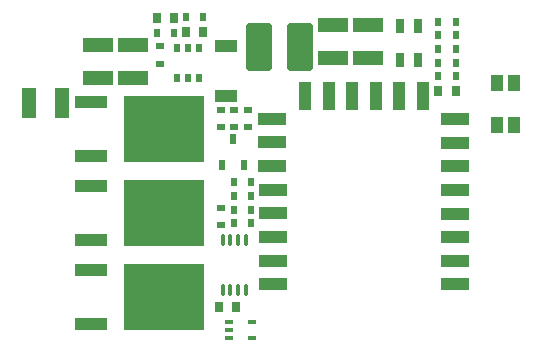
<source format=gtp>
G04*
G04 #@! TF.GenerationSoftware,Altium Limited,Altium Designer,20.1.8 (145)*
G04*
G04 Layer_Color=8421504*
%FSAX44Y44*%
%MOMM*%
G71*
G04*
G04 #@! TF.SameCoordinates,038E23F0-B42B-4C45-894E-EE78EB3E0CC3*
G04*
G04*
G04 #@! TF.FilePolarity,Positive*
G04*
G01*
G75*
%ADD18R,0.7620X1.1430*%
G04:AMPARAMS|DCode=19|XSize=0.35mm|YSize=0.6mm|CornerRadius=0.0018mm|HoleSize=0mm|Usage=FLASHONLY|Rotation=90.000|XOffset=0mm|YOffset=0mm|HoleType=Round|Shape=RoundedRectangle|*
%AMROUNDEDRECTD19*
21,1,0.3500,0.5965,0,0,90.0*
21,1,0.3465,0.6000,0,0,90.0*
1,1,0.0035,0.2983,0.1733*
1,1,0.0035,0.2983,-0.1733*
1,1,0.0035,-0.2983,-0.1733*
1,1,0.0035,-0.2983,0.1733*
%
%ADD19ROUNDEDRECTD19*%
G04:AMPARAMS|DCode=20|XSize=0.85mm|YSize=0.6mm|CornerRadius=0.003mm|HoleSize=0mm|Usage=FLASHONLY|Rotation=90.000|XOffset=0mm|YOffset=0mm|HoleType=Round|Shape=RoundedRectangle|*
%AMROUNDEDRECTD20*
21,1,0.8500,0.5940,0,0,90.0*
21,1,0.8440,0.6000,0,0,90.0*
1,1,0.0060,0.2970,0.4220*
1,1,0.0060,0.2970,-0.4220*
1,1,0.0060,-0.2970,-0.4220*
1,1,0.0060,-0.2970,0.4220*
%
%ADD20ROUNDEDRECTD20*%
G04:AMPARAMS|DCode=21|XSize=0.55mm|YSize=0.8mm|CornerRadius=0.0028mm|HoleSize=0mm|Usage=FLASHONLY|Rotation=180.000|XOffset=0mm|YOffset=0mm|HoleType=Round|Shape=RoundedRectangle|*
%AMROUNDEDRECTD21*
21,1,0.5500,0.7945,0,0,180.0*
21,1,0.5445,0.8000,0,0,180.0*
1,1,0.0055,-0.2723,0.3973*
1,1,0.0055,0.2723,0.3973*
1,1,0.0055,0.2723,-0.3973*
1,1,0.0055,-0.2723,-0.3973*
%
%ADD21ROUNDEDRECTD21*%
G04:AMPARAMS|DCode=22|XSize=0.95mm|YSize=2.65mm|CornerRadius=0.0048mm|HoleSize=0mm|Usage=FLASHONLY|Rotation=90.000|XOffset=0mm|YOffset=0mm|HoleType=Round|Shape=RoundedRectangle|*
%AMROUNDEDRECTD22*
21,1,0.9500,2.6405,0,0,90.0*
21,1,0.9405,2.6500,0,0,90.0*
1,1,0.0095,1.3203,0.4703*
1,1,0.0095,1.3203,-0.4703*
1,1,0.0095,-1.3203,-0.4703*
1,1,0.0095,-1.3203,0.4703*
%
%ADD22ROUNDEDRECTD22*%
G04:AMPARAMS|DCode=23|XSize=5.55mm|YSize=6.8mm|CornerRadius=0.0278mm|HoleSize=0mm|Usage=FLASHONLY|Rotation=90.000|XOffset=0mm|YOffset=0mm|HoleType=Round|Shape=RoundedRectangle|*
%AMROUNDEDRECTD23*
21,1,5.5500,6.7445,0,0,90.0*
21,1,5.4945,6.8000,0,0,90.0*
1,1,0.0555,3.3723,2.7473*
1,1,0.0555,3.3723,-2.7473*
1,1,0.0555,-3.3723,-2.7473*
1,1,0.0555,-3.3723,2.7473*
%
%ADD23ROUNDEDRECTD23*%
%ADD24O,0.3500X1.1500*%
G04:AMPARAMS|DCode=25|XSize=0.75mm|YSize=0.55mm|CornerRadius=0.0028mm|HoleSize=0mm|Usage=FLASHONLY|Rotation=180.000|XOffset=0mm|YOffset=0mm|HoleType=Round|Shape=RoundedRectangle|*
%AMROUNDEDRECTD25*
21,1,0.7500,0.5445,0,0,180.0*
21,1,0.7445,0.5500,0,0,180.0*
1,1,0.0055,-0.3723,0.2723*
1,1,0.0055,0.3723,0.2723*
1,1,0.0055,0.3723,-0.2723*
1,1,0.0055,-0.3723,-0.2723*
%
%ADD25ROUNDEDRECTD25*%
G04:AMPARAMS|DCode=26|XSize=2.55mm|YSize=1.2mm|CornerRadius=0.006mm|HoleSize=0mm|Usage=FLASHONLY|Rotation=90.000|XOffset=0mm|YOffset=0mm|HoleType=Round|Shape=RoundedRectangle|*
%AMROUNDEDRECTD26*
21,1,2.5500,1.1880,0,0,90.0*
21,1,2.5380,1.2000,0,0,90.0*
1,1,0.0120,0.5940,1.2690*
1,1,0.0120,0.5940,-1.2690*
1,1,0.0120,-0.5940,-1.2690*
1,1,0.0120,-0.5940,1.2690*
%
%ADD26ROUNDEDRECTD26*%
G04:AMPARAMS|DCode=27|XSize=2.55mm|YSize=1.2mm|CornerRadius=0.006mm|HoleSize=0mm|Usage=FLASHONLY|Rotation=0.000|XOffset=0mm|YOffset=0mm|HoleType=Round|Shape=RoundedRectangle|*
%AMROUNDEDRECTD27*
21,1,2.5500,1.1880,0,0,0.0*
21,1,2.5380,1.2000,0,0,0.0*
1,1,0.0120,1.2690,-0.5940*
1,1,0.0120,-1.2690,-0.5940*
1,1,0.0120,-1.2690,0.5940*
1,1,0.0120,1.2690,0.5940*
%
%ADD27ROUNDEDRECTD27*%
G04:AMPARAMS|DCode=28|XSize=1.1mm|YSize=2.3mm|CornerRadius=0.0055mm|HoleSize=0mm|Usage=FLASHONLY|Rotation=270.000|XOffset=0mm|YOffset=0mm|HoleType=Round|Shape=RoundedRectangle|*
%AMROUNDEDRECTD28*
21,1,1.1000,2.2890,0,0,270.0*
21,1,1.0890,2.3000,0,0,270.0*
1,1,0.0110,-1.1445,-0.5445*
1,1,0.0110,-1.1445,0.5445*
1,1,0.0110,1.1445,0.5445*
1,1,0.0110,1.1445,-0.5445*
%
%ADD28ROUNDEDRECTD28*%
G04:AMPARAMS|DCode=29|XSize=1.1mm|YSize=2.3mm|CornerRadius=0.0055mm|HoleSize=0mm|Usage=FLASHONLY|Rotation=0.000|XOffset=0mm|YOffset=0mm|HoleType=Round|Shape=RoundedRectangle|*
%AMROUNDEDRECTD29*
21,1,1.1000,2.2890,0,0,0.0*
21,1,1.0890,2.3000,0,0,0.0*
1,1,0.0110,0.5445,-1.1445*
1,1,0.0110,-0.5445,-1.1445*
1,1,0.0110,-0.5445,1.1445*
1,1,0.0110,0.5445,1.1445*
%
%ADD29ROUNDEDRECTD29*%
G04:AMPARAMS|DCode=30|XSize=0.75mm|YSize=0.55mm|CornerRadius=0.0028mm|HoleSize=0mm|Usage=FLASHONLY|Rotation=90.000|XOffset=0mm|YOffset=0mm|HoleType=Round|Shape=RoundedRectangle|*
%AMROUNDEDRECTD30*
21,1,0.7500,0.5445,0,0,90.0*
21,1,0.7445,0.5500,0,0,90.0*
1,1,0.0055,0.2723,0.3723*
1,1,0.0055,0.2723,-0.3723*
1,1,0.0055,-0.2723,-0.3723*
1,1,0.0055,-0.2723,0.3723*
%
%ADD30ROUNDEDRECTD30*%
G04:AMPARAMS|DCode=31|XSize=0.54mm|YSize=0.75mm|CornerRadius=0.0027mm|HoleSize=0mm|Usage=FLASHONLY|Rotation=0.000|XOffset=0mm|YOffset=0mm|HoleType=Round|Shape=RoundedRectangle|*
%AMROUNDEDRECTD31*
21,1,0.5400,0.7446,0,0,0.0*
21,1,0.5346,0.7500,0,0,0.0*
1,1,0.0054,0.2673,-0.3723*
1,1,0.0054,-0.2673,-0.3723*
1,1,0.0054,-0.2673,0.3723*
1,1,0.0054,0.2673,0.3723*
%
%ADD31ROUNDEDRECTD31*%
G04:AMPARAMS|DCode=32|XSize=1.4mm|YSize=1.05mm|CornerRadius=0.0053mm|HoleSize=0mm|Usage=FLASHONLY|Rotation=90.000|XOffset=0mm|YOffset=0mm|HoleType=Round|Shape=RoundedRectangle|*
%AMROUNDEDRECTD32*
21,1,1.4000,1.0395,0,0,90.0*
21,1,1.3895,1.0500,0,0,90.0*
1,1,0.0105,0.5198,0.6948*
1,1,0.0105,0.5198,-0.6948*
1,1,0.0105,-0.5198,-0.6948*
1,1,0.0105,-0.5198,0.6948*
%
%ADD32ROUNDEDRECTD32*%
G04:AMPARAMS|DCode=33|XSize=1.85mm|YSize=1mm|CornerRadius=0.005mm|HoleSize=0mm|Usage=FLASHONLY|Rotation=180.000|XOffset=0mm|YOffset=0mm|HoleType=Round|Shape=RoundedRectangle|*
%AMROUNDEDRECTD33*
21,1,1.8500,0.9900,0,0,180.0*
21,1,1.8400,1.0000,0,0,180.0*
1,1,0.0100,-0.9200,0.4950*
1,1,0.0100,0.9200,0.4950*
1,1,0.0100,0.9200,-0.4950*
1,1,0.0100,-0.9200,-0.4950*
%
%ADD33ROUNDEDRECTD33*%
G04:AMPARAMS|DCode=34|XSize=4mm|YSize=2.2mm|CornerRadius=0.22mm|HoleSize=0mm|Usage=FLASHONLY|Rotation=90.000|XOffset=0mm|YOffset=0mm|HoleType=Round|Shape=RoundedRectangle|*
%AMROUNDEDRECTD34*
21,1,4.0000,1.7600,0,0,90.0*
21,1,3.5600,2.2000,0,0,90.0*
1,1,0.4400,0.8800,1.7800*
1,1,0.4400,0.8800,-1.7800*
1,1,0.4400,-0.8800,-1.7800*
1,1,0.4400,-0.8800,1.7800*
%
%ADD34ROUNDEDRECTD34*%
D18*
X00326094Y00304423D02*
D03*
X00341334D02*
D03*
Y00275213D02*
D03*
X00326094D02*
D03*
D19*
X00200640Y00053206D02*
D03*
Y00040206D02*
D03*
X00181140D02*
D03*
X00181140Y00046706D02*
D03*
X00181140Y00053206D02*
D03*
D20*
X00172656Y00066459D02*
D03*
X00187156D02*
D03*
X00120329Y00310726D02*
D03*
X00134829D02*
D03*
X00144614Y00299240D02*
D03*
X00159114D02*
D03*
X00372964Y00249464D02*
D03*
X00358464D02*
D03*
D21*
X00175006Y00186055D02*
D03*
X00194006D02*
D03*
X00184506Y00208055D02*
D03*
D22*
X00064728Y00097717D02*
D03*
Y00051916D02*
D03*
Y00239753D02*
D03*
Y00193953D02*
D03*
Y00122681D02*
D03*
Y00168481D02*
D03*
D23*
X00125728Y00074816D02*
D03*
Y00216854D02*
D03*
Y00145581D02*
D03*
D24*
X00175656Y00080664D02*
D03*
X00182156D02*
D03*
X00188656D02*
D03*
X00195156D02*
D03*
X00175656Y00123164D02*
D03*
X00182156D02*
D03*
X00188656D02*
D03*
X00195156D02*
D03*
D25*
X00174244Y00150261D02*
D03*
Y00135761D02*
D03*
X00122801Y00272328D02*
D03*
Y00286828D02*
D03*
X00185581Y00232884D02*
D03*
Y00218384D02*
D03*
X00174079D02*
D03*
Y00232884D02*
D03*
X00197084Y00218384D02*
D03*
Y00232884D02*
D03*
D26*
X00012166Y00238890D02*
D03*
X00040166D02*
D03*
D27*
X00099984Y00288276D02*
D03*
Y00260276D02*
D03*
X00269271Y00277144D02*
D03*
Y00305144D02*
D03*
X00070521Y00288276D02*
D03*
Y00260276D02*
D03*
X00298773Y00277144D02*
D03*
Y00305144D02*
D03*
D28*
X00372152Y00085666D02*
D03*
Y00205300D02*
D03*
X00217942Y00225620D02*
D03*
X00372152Y00105478D02*
D03*
Y00125544D02*
D03*
Y00145356D02*
D03*
Y00165676D02*
D03*
Y00185488D02*
D03*
Y00225366D02*
D03*
X00217942Y00205554D02*
D03*
Y00185742D02*
D03*
X00218196Y00165676D02*
D03*
Y00145610D02*
D03*
Y00125798D02*
D03*
Y00105478D02*
D03*
Y00085666D02*
D03*
D29*
X00345212Y00245194D02*
D03*
X00325400D02*
D03*
X00305588D02*
D03*
X00285268D02*
D03*
X00265456D02*
D03*
X00245136D02*
D03*
D30*
X00358464Y00284661D02*
D03*
X00372964D02*
D03*
Y00296244D02*
D03*
X00358464D02*
D03*
Y00307746D02*
D03*
X00372964D02*
D03*
X00358464Y00273158D02*
D03*
X00372964D02*
D03*
Y00261656D02*
D03*
X00358464D02*
D03*
X00134829Y00298206D02*
D03*
X00120329D02*
D03*
X00185282Y00171958D02*
D03*
X00199782D02*
D03*
X00185282Y00160274D02*
D03*
X00199782D02*
D03*
X00159114Y00311404D02*
D03*
X00144614D02*
D03*
X00185300Y00148737D02*
D03*
X00199800D02*
D03*
X00185300Y00137174D02*
D03*
X00199800D02*
D03*
D31*
X00155768Y00285776D02*
D03*
X00146268D02*
D03*
X00136768D02*
D03*
X00155768Y00260276D02*
D03*
X00146268D02*
D03*
X00136768D02*
D03*
D32*
X00408134Y00256000D02*
D03*
X00422634D02*
D03*
Y00220000D02*
D03*
X00408134D02*
D03*
D33*
X00178504Y00244840D02*
D03*
Y00286840D02*
D03*
D34*
X00241527Y00286128D02*
D03*
X00206527D02*
D03*
M02*

</source>
